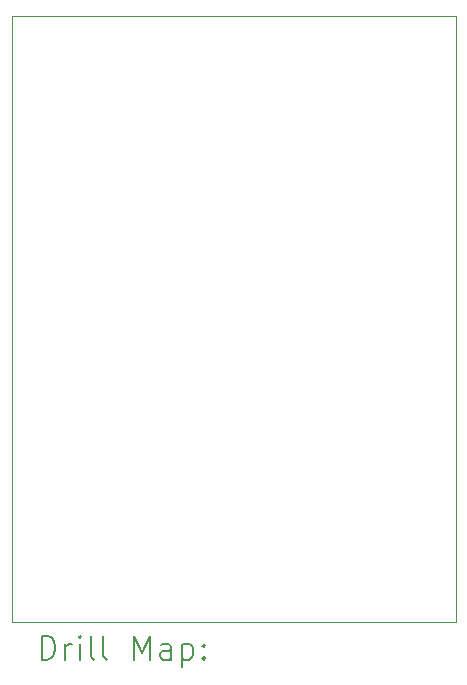
<source format=gbr>
%TF.GenerationSoftware,KiCad,Pcbnew,(6.0.9)*%
%TF.CreationDate,2022-11-20T19:10:51+01:00*%
%TF.ProjectId,FT2232HL development board to iceprog,46543232-3332-4484-9c20-646576656c6f,rev?*%
%TF.SameCoordinates,Original*%
%TF.FileFunction,Drillmap*%
%TF.FilePolarity,Positive*%
%FSLAX45Y45*%
G04 Gerber Fmt 4.5, Leading zero omitted, Abs format (unit mm)*
G04 Created by KiCad (PCBNEW (6.0.9)) date 2022-11-20 19:10:51*
%MOMM*%
%LPD*%
G01*
G04 APERTURE LIST*
%ADD10C,0.100000*%
%ADD11C,0.200000*%
G04 APERTURE END LIST*
D10*
X-1879600Y-13360400D02*
X-1879600Y-8229600D01*
X1879600Y-13360400D02*
X-1879600Y-13360400D01*
X1879600Y-8229600D02*
X1879600Y-13360400D01*
X-1879600Y-8229600D02*
X1879600Y-8229600D01*
D11*
X-1626981Y-13675876D02*
X-1626981Y-13475876D01*
X-1579362Y-13475876D01*
X-1550790Y-13485400D01*
X-1531743Y-13504448D01*
X-1522219Y-13523495D01*
X-1512695Y-13561590D01*
X-1512695Y-13590162D01*
X-1522219Y-13628257D01*
X-1531743Y-13647305D01*
X-1550790Y-13666352D01*
X-1579362Y-13675876D01*
X-1626981Y-13675876D01*
X-1426981Y-13675876D02*
X-1426981Y-13542543D01*
X-1426981Y-13580638D02*
X-1417457Y-13561590D01*
X-1407933Y-13552067D01*
X-1388886Y-13542543D01*
X-1369838Y-13542543D01*
X-1303171Y-13675876D02*
X-1303171Y-13542543D01*
X-1303171Y-13475876D02*
X-1312695Y-13485400D01*
X-1303171Y-13494924D01*
X-1293648Y-13485400D01*
X-1303171Y-13475876D01*
X-1303171Y-13494924D01*
X-1179362Y-13675876D02*
X-1198410Y-13666352D01*
X-1207933Y-13647305D01*
X-1207933Y-13475876D01*
X-1074600Y-13675876D02*
X-1093648Y-13666352D01*
X-1103171Y-13647305D01*
X-1103171Y-13475876D01*
X-846028Y-13675876D02*
X-846028Y-13475876D01*
X-779362Y-13618733D01*
X-712695Y-13475876D01*
X-712695Y-13675876D01*
X-531743Y-13675876D02*
X-531743Y-13571114D01*
X-541267Y-13552067D01*
X-560314Y-13542543D01*
X-598410Y-13542543D01*
X-617457Y-13552067D01*
X-531743Y-13666352D02*
X-550790Y-13675876D01*
X-598410Y-13675876D01*
X-617457Y-13666352D01*
X-626981Y-13647305D01*
X-626981Y-13628257D01*
X-617457Y-13609209D01*
X-598410Y-13599686D01*
X-550790Y-13599686D01*
X-531743Y-13590162D01*
X-436505Y-13542543D02*
X-436505Y-13742543D01*
X-436505Y-13552067D02*
X-417457Y-13542543D01*
X-379362Y-13542543D01*
X-360314Y-13552067D01*
X-350790Y-13561590D01*
X-341267Y-13580638D01*
X-341267Y-13637781D01*
X-350790Y-13656828D01*
X-360314Y-13666352D01*
X-379362Y-13675876D01*
X-417457Y-13675876D01*
X-436505Y-13666352D01*
X-255552Y-13656828D02*
X-246028Y-13666352D01*
X-255552Y-13675876D01*
X-265076Y-13666352D01*
X-255552Y-13656828D01*
X-255552Y-13675876D01*
X-255552Y-13552067D02*
X-246028Y-13561590D01*
X-255552Y-13571114D01*
X-265076Y-13561590D01*
X-255552Y-13552067D01*
X-255552Y-13571114D01*
M02*

</source>
